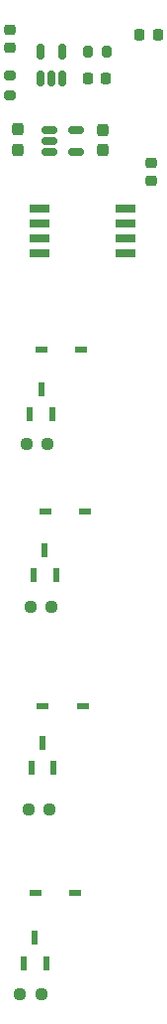
<source format=gbr>
G04 #@! TF.GenerationSoftware,KiCad,Pcbnew,8.0.1*
G04 #@! TF.CreationDate,2025-02-25T21:33:37-07:00*
G04 #@! TF.ProjectId,VibrationBand,56696272-6174-4696-9f6e-42616e642e6b,rev?*
G04 #@! TF.SameCoordinates,Original*
G04 #@! TF.FileFunction,Paste,Top*
G04 #@! TF.FilePolarity,Positive*
%FSLAX46Y46*%
G04 Gerber Fmt 4.6, Leading zero omitted, Abs format (unit mm)*
G04 Created by KiCad (PCBNEW 8.0.1) date 2025-02-25 21:33:37*
%MOMM*%
%LPD*%
G01*
G04 APERTURE LIST*
G04 Aperture macros list*
%AMRoundRect*
0 Rectangle with rounded corners*
0 $1 Rounding radius*
0 $2 $3 $4 $5 $6 $7 $8 $9 X,Y pos of 4 corners*
0 Add a 4 corners polygon primitive as box body*
4,1,4,$2,$3,$4,$5,$6,$7,$8,$9,$2,$3,0*
0 Add four circle primitives for the rounded corners*
1,1,$1+$1,$2,$3*
1,1,$1+$1,$4,$5*
1,1,$1+$1,$6,$7*
1,1,$1+$1,$8,$9*
0 Add four rect primitives between the rounded corners*
20,1,$1+$1,$2,$3,$4,$5,0*
20,1,$1+$1,$4,$5,$6,$7,0*
20,1,$1+$1,$6,$7,$8,$9,0*
20,1,$1+$1,$8,$9,$2,$3,0*%
G04 Aperture macros list end*
%ADD10RoundRect,0.237500X0.250000X0.237500X-0.250000X0.237500X-0.250000X-0.237500X0.250000X-0.237500X0*%
%ADD11R,1.111200X0.600800*%
%ADD12R,1.700000X0.650000*%
%ADD13RoundRect,0.225000X0.225000X0.250000X-0.225000X0.250000X-0.225000X-0.250000X0.225000X-0.250000X0*%
%ADD14RoundRect,0.200000X-0.200000X-0.275000X0.200000X-0.275000X0.200000X0.275000X-0.200000X0.275000X0*%
%ADD15R,0.558800X1.219200*%
%ADD16RoundRect,0.225000X-0.250000X0.225000X-0.250000X-0.225000X0.250000X-0.225000X0.250000X0.225000X0*%
%ADD17RoundRect,0.225000X0.250000X-0.225000X0.250000X0.225000X-0.250000X0.225000X-0.250000X-0.225000X0*%
%ADD18RoundRect,0.150000X-0.512500X-0.150000X0.512500X-0.150000X0.512500X0.150000X-0.512500X0.150000X0*%
%ADD19RoundRect,0.237500X0.237500X-0.300000X0.237500X0.300000X-0.237500X0.300000X-0.237500X-0.300000X0*%
%ADD20RoundRect,0.150000X0.150000X-0.512500X0.150000X0.512500X-0.150000X0.512500X-0.150000X-0.512500X0*%
%ADD21RoundRect,0.237500X-0.237500X0.300000X-0.237500X-0.300000X0.237500X-0.300000X0.237500X0.300000X0*%
%ADD22RoundRect,0.200000X0.275000X-0.200000X0.275000X0.200000X-0.275000X0.200000X-0.275000X-0.200000X0*%
G04 APERTURE END LIST*
D10*
X109355000Y-135540000D03*
X107530000Y-135540000D03*
X109910000Y-88670000D03*
X108085000Y-88670000D03*
D11*
X113120000Y-94370000D03*
X109670000Y-94370000D03*
D12*
X109235000Y-68610000D03*
X109235000Y-69880000D03*
X109235000Y-71150000D03*
X109235000Y-72420000D03*
X116535000Y-72420000D03*
X116535000Y-71150000D03*
X116535000Y-69880000D03*
X116535000Y-68610000D03*
D13*
X114870000Y-57475000D03*
X113320000Y-57475000D03*
D11*
X112280000Y-126950000D03*
X108830000Y-126950000D03*
X112930000Y-111030000D03*
X109480000Y-111030000D03*
D14*
X113320000Y-55175000D03*
X114970000Y-55175000D03*
D15*
X107849000Y-132896800D03*
X109754000Y-132896800D03*
X108801500Y-130763200D03*
D16*
X118780000Y-64690000D03*
X118780000Y-66240000D03*
D10*
X110230000Y-102550000D03*
X108405000Y-102550000D03*
D13*
X119330000Y-53740000D03*
X117780000Y-53740000D03*
D17*
X106630000Y-54860000D03*
X106630000Y-53310000D03*
D18*
X110065000Y-61880000D03*
X110065000Y-62830000D03*
X110065000Y-63780000D03*
X112340000Y-63780000D03*
X112340000Y-61880000D03*
D19*
X107335000Y-63557500D03*
X107335000Y-61832500D03*
D15*
X108385000Y-86110000D03*
X110290000Y-86110000D03*
X109337500Y-83976400D03*
D20*
X109270000Y-57475000D03*
X110220000Y-57475000D03*
X111170000Y-57475000D03*
X111170000Y-55200000D03*
X109270000Y-55200000D03*
D15*
X108515000Y-116250000D03*
X110420000Y-116250000D03*
X109467500Y-114116400D03*
D10*
X110070000Y-119810000D03*
X108245000Y-119810000D03*
D21*
X114655000Y-61852500D03*
X114655000Y-63577500D03*
D11*
X112790000Y-80620000D03*
X109340000Y-80620000D03*
D15*
X108699000Y-99826800D03*
X110604000Y-99826800D03*
X109651500Y-97693200D03*
D22*
X106690000Y-58900000D03*
X106690000Y-57250000D03*
M02*

</source>
